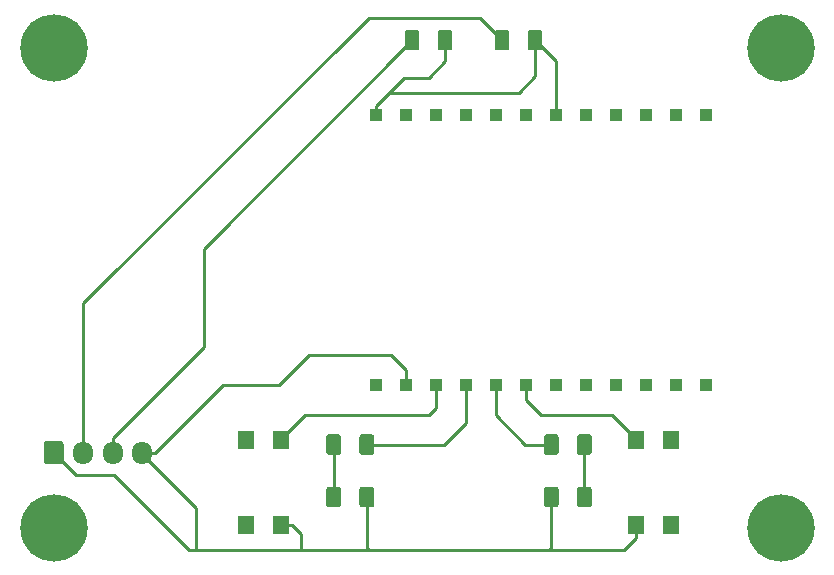
<source format=gbr>
G04 #@! TF.GenerationSoftware,KiCad,Pcbnew,5.0.2+dfsg1-1*
G04 #@! TF.CreationDate,2020-04-26T19:31:52+02:00*
G04 #@! TF.ProjectId,iClone,69436c6f-6e65-42e6-9b69-6361645f7063,rev?*
G04 #@! TF.SameCoordinates,Original*
G04 #@! TF.FileFunction,Copper,L1,Top*
G04 #@! TF.FilePolarity,Positive*
%FSLAX46Y46*%
G04 Gerber Fmt 4.6, Leading zero omitted, Abs format (unit mm)*
G04 Created by KiCad (PCBNEW 5.0.2+dfsg1-1) date dom 26 abr 2020 19:31:52 CEST*
%MOMM*%
%LPD*%
G01*
G04 APERTURE LIST*
G04 #@! TA.AperFunction,ComponentPad*
%ADD10C,5.700000*%
G04 #@! TD*
G04 #@! TA.AperFunction,Conductor*
%ADD11C,0.100000*%
G04 #@! TD*
G04 #@! TA.AperFunction,SMDPad,CuDef*
%ADD12C,1.250000*%
G04 #@! TD*
G04 #@! TA.AperFunction,ComponentPad*
%ADD13R,1.108000X1.108000*%
G04 #@! TD*
G04 #@! TA.AperFunction,SMDPad,CuDef*
%ADD14R,1.400000X1.600000*%
G04 #@! TD*
G04 #@! TA.AperFunction,ComponentPad*
%ADD15O,1.700000X1.950000*%
G04 #@! TD*
G04 #@! TA.AperFunction,ComponentPad*
%ADD16C,1.700000*%
G04 #@! TD*
G04 #@! TA.AperFunction,Conductor*
%ADD17C,0.250000*%
G04 #@! TD*
G04 APERTURE END LIST*
D10*
G04 #@! TO.P,,4*
G04 #@! TO.N,N/C*
X172085000Y-111760000D03*
G04 #@! TD*
G04 #@! TO.P,,3*
G04 #@! TO.N,N/C*
X110490000Y-111760000D03*
G04 #@! TD*
G04 #@! TO.P,,1*
G04 #@! TO.N,N/C*
X110490000Y-71120000D03*
G04 #@! TD*
D11*
G04 #@! TO.N,N/C*
G04 #@! TO.C,R4*
G36*
X148859504Y-69611204D02*
X148883773Y-69614804D01*
X148907571Y-69620765D01*
X148930671Y-69629030D01*
X148952849Y-69639520D01*
X148973893Y-69652133D01*
X148993598Y-69666747D01*
X149011777Y-69683223D01*
X149028253Y-69701402D01*
X149042867Y-69721107D01*
X149055480Y-69742151D01*
X149065970Y-69764329D01*
X149074235Y-69787429D01*
X149080196Y-69811227D01*
X149083796Y-69835496D01*
X149085000Y-69860000D01*
X149085000Y-71110000D01*
X149083796Y-71134504D01*
X149080196Y-71158773D01*
X149074235Y-71182571D01*
X149065970Y-71205671D01*
X149055480Y-71227849D01*
X149042867Y-71248893D01*
X149028253Y-71268598D01*
X149011777Y-71286777D01*
X148993598Y-71303253D01*
X148973893Y-71317867D01*
X148952849Y-71330480D01*
X148930671Y-71340970D01*
X148907571Y-71349235D01*
X148883773Y-71355196D01*
X148859504Y-71358796D01*
X148835000Y-71360000D01*
X148085000Y-71360000D01*
X148060496Y-71358796D01*
X148036227Y-71355196D01*
X148012429Y-71349235D01*
X147989329Y-71340970D01*
X147967151Y-71330480D01*
X147946107Y-71317867D01*
X147926402Y-71303253D01*
X147908223Y-71286777D01*
X147891747Y-71268598D01*
X147877133Y-71248893D01*
X147864520Y-71227849D01*
X147854030Y-71205671D01*
X147845765Y-71182571D01*
X147839804Y-71158773D01*
X147836204Y-71134504D01*
X147835000Y-71110000D01*
X147835000Y-69860000D01*
X147836204Y-69835496D01*
X147839804Y-69811227D01*
X147845765Y-69787429D01*
X147854030Y-69764329D01*
X147864520Y-69742151D01*
X147877133Y-69721107D01*
X147891747Y-69701402D01*
X147908223Y-69683223D01*
X147926402Y-69666747D01*
X147946107Y-69652133D01*
X147967151Y-69639520D01*
X147989329Y-69629030D01*
X148012429Y-69620765D01*
X148036227Y-69614804D01*
X148060496Y-69611204D01*
X148085000Y-69610000D01*
X148835000Y-69610000D01*
X148859504Y-69611204D01*
X148859504Y-69611204D01*
G37*
D12*
G04 #@! TD*
G04 #@! TO.P,R4,1*
G04 #@! TO.N,N/C*
X148460000Y-70485000D03*
D11*
G04 #@! TO.N,N/C*
G04 #@! TO.C,R4*
G36*
X151659504Y-69611204D02*
X151683773Y-69614804D01*
X151707571Y-69620765D01*
X151730671Y-69629030D01*
X151752849Y-69639520D01*
X151773893Y-69652133D01*
X151793598Y-69666747D01*
X151811777Y-69683223D01*
X151828253Y-69701402D01*
X151842867Y-69721107D01*
X151855480Y-69742151D01*
X151865970Y-69764329D01*
X151874235Y-69787429D01*
X151880196Y-69811227D01*
X151883796Y-69835496D01*
X151885000Y-69860000D01*
X151885000Y-71110000D01*
X151883796Y-71134504D01*
X151880196Y-71158773D01*
X151874235Y-71182571D01*
X151865970Y-71205671D01*
X151855480Y-71227849D01*
X151842867Y-71248893D01*
X151828253Y-71268598D01*
X151811777Y-71286777D01*
X151793598Y-71303253D01*
X151773893Y-71317867D01*
X151752849Y-71330480D01*
X151730671Y-71340970D01*
X151707571Y-71349235D01*
X151683773Y-71355196D01*
X151659504Y-71358796D01*
X151635000Y-71360000D01*
X150885000Y-71360000D01*
X150860496Y-71358796D01*
X150836227Y-71355196D01*
X150812429Y-71349235D01*
X150789329Y-71340970D01*
X150767151Y-71330480D01*
X150746107Y-71317867D01*
X150726402Y-71303253D01*
X150708223Y-71286777D01*
X150691747Y-71268598D01*
X150677133Y-71248893D01*
X150664520Y-71227849D01*
X150654030Y-71205671D01*
X150645765Y-71182571D01*
X150639804Y-71158773D01*
X150636204Y-71134504D01*
X150635000Y-71110000D01*
X150635000Y-69860000D01*
X150636204Y-69835496D01*
X150639804Y-69811227D01*
X150645765Y-69787429D01*
X150654030Y-69764329D01*
X150664520Y-69742151D01*
X150677133Y-69721107D01*
X150691747Y-69701402D01*
X150708223Y-69683223D01*
X150726402Y-69666747D01*
X150746107Y-69652133D01*
X150767151Y-69639520D01*
X150789329Y-69629030D01*
X150812429Y-69620765D01*
X150836227Y-69614804D01*
X150860496Y-69611204D01*
X150885000Y-69610000D01*
X151635000Y-69610000D01*
X151659504Y-69611204D01*
X151659504Y-69611204D01*
G37*
D12*
G04 #@! TD*
G04 #@! TO.P,R4,2*
G04 #@! TO.N,N/C*
X151260000Y-70485000D03*
D11*
G04 #@! TO.N,N/C*
G04 #@! TO.C,R1*
G36*
X144039504Y-69611204D02*
X144063773Y-69614804D01*
X144087571Y-69620765D01*
X144110671Y-69629030D01*
X144132849Y-69639520D01*
X144153893Y-69652133D01*
X144173598Y-69666747D01*
X144191777Y-69683223D01*
X144208253Y-69701402D01*
X144222867Y-69721107D01*
X144235480Y-69742151D01*
X144245970Y-69764329D01*
X144254235Y-69787429D01*
X144260196Y-69811227D01*
X144263796Y-69835496D01*
X144265000Y-69860000D01*
X144265000Y-71110000D01*
X144263796Y-71134504D01*
X144260196Y-71158773D01*
X144254235Y-71182571D01*
X144245970Y-71205671D01*
X144235480Y-71227849D01*
X144222867Y-71248893D01*
X144208253Y-71268598D01*
X144191777Y-71286777D01*
X144173598Y-71303253D01*
X144153893Y-71317867D01*
X144132849Y-71330480D01*
X144110671Y-71340970D01*
X144087571Y-71349235D01*
X144063773Y-71355196D01*
X144039504Y-71358796D01*
X144015000Y-71360000D01*
X143265000Y-71360000D01*
X143240496Y-71358796D01*
X143216227Y-71355196D01*
X143192429Y-71349235D01*
X143169329Y-71340970D01*
X143147151Y-71330480D01*
X143126107Y-71317867D01*
X143106402Y-71303253D01*
X143088223Y-71286777D01*
X143071747Y-71268598D01*
X143057133Y-71248893D01*
X143044520Y-71227849D01*
X143034030Y-71205671D01*
X143025765Y-71182571D01*
X143019804Y-71158773D01*
X143016204Y-71134504D01*
X143015000Y-71110000D01*
X143015000Y-69860000D01*
X143016204Y-69835496D01*
X143019804Y-69811227D01*
X143025765Y-69787429D01*
X143034030Y-69764329D01*
X143044520Y-69742151D01*
X143057133Y-69721107D01*
X143071747Y-69701402D01*
X143088223Y-69683223D01*
X143106402Y-69666747D01*
X143126107Y-69652133D01*
X143147151Y-69639520D01*
X143169329Y-69629030D01*
X143192429Y-69620765D01*
X143216227Y-69614804D01*
X143240496Y-69611204D01*
X143265000Y-69610000D01*
X144015000Y-69610000D01*
X144039504Y-69611204D01*
X144039504Y-69611204D01*
G37*
D12*
G04 #@! TD*
G04 #@! TO.P,R1,2*
G04 #@! TO.N,N/C*
X143640000Y-70485000D03*
D11*
G04 #@! TO.N,N/C*
G04 #@! TO.C,R1*
G36*
X141239504Y-69611204D02*
X141263773Y-69614804D01*
X141287571Y-69620765D01*
X141310671Y-69629030D01*
X141332849Y-69639520D01*
X141353893Y-69652133D01*
X141373598Y-69666747D01*
X141391777Y-69683223D01*
X141408253Y-69701402D01*
X141422867Y-69721107D01*
X141435480Y-69742151D01*
X141445970Y-69764329D01*
X141454235Y-69787429D01*
X141460196Y-69811227D01*
X141463796Y-69835496D01*
X141465000Y-69860000D01*
X141465000Y-71110000D01*
X141463796Y-71134504D01*
X141460196Y-71158773D01*
X141454235Y-71182571D01*
X141445970Y-71205671D01*
X141435480Y-71227849D01*
X141422867Y-71248893D01*
X141408253Y-71268598D01*
X141391777Y-71286777D01*
X141373598Y-71303253D01*
X141353893Y-71317867D01*
X141332849Y-71330480D01*
X141310671Y-71340970D01*
X141287571Y-71349235D01*
X141263773Y-71355196D01*
X141239504Y-71358796D01*
X141215000Y-71360000D01*
X140465000Y-71360000D01*
X140440496Y-71358796D01*
X140416227Y-71355196D01*
X140392429Y-71349235D01*
X140369329Y-71340970D01*
X140347151Y-71330480D01*
X140326107Y-71317867D01*
X140306402Y-71303253D01*
X140288223Y-71286777D01*
X140271747Y-71268598D01*
X140257133Y-71248893D01*
X140244520Y-71227849D01*
X140234030Y-71205671D01*
X140225765Y-71182571D01*
X140219804Y-71158773D01*
X140216204Y-71134504D01*
X140215000Y-71110000D01*
X140215000Y-69860000D01*
X140216204Y-69835496D01*
X140219804Y-69811227D01*
X140225765Y-69787429D01*
X140234030Y-69764329D01*
X140244520Y-69742151D01*
X140257133Y-69721107D01*
X140271747Y-69701402D01*
X140288223Y-69683223D01*
X140306402Y-69666747D01*
X140326107Y-69652133D01*
X140347151Y-69639520D01*
X140369329Y-69629030D01*
X140392429Y-69620765D01*
X140416227Y-69614804D01*
X140440496Y-69611204D01*
X140465000Y-69610000D01*
X141215000Y-69610000D01*
X141239504Y-69611204D01*
X141239504Y-69611204D01*
G37*
D12*
G04 #@! TD*
G04 #@! TO.P,R1,1*
G04 #@! TO.N,N/C*
X140840000Y-70485000D03*
D13*
G04 #@! TO.P,TTGO T-Display,P$24*
G04 #@! TO.N,N/C*
X165735000Y-99695000D03*
G04 #@! TO.P,TTGO T-Display,P$23*
X163195000Y-99695000D03*
G04 #@! TO.P,TTGO T-Display,P$22*
X160655000Y-99695000D03*
G04 #@! TO.P,TTGO T-Display,P$21*
X158115000Y-99695000D03*
G04 #@! TO.P,TTGO T-Display,P$20*
X155575000Y-99695000D03*
G04 #@! TO.P,TTGO T-Display,P$19*
X153035000Y-99695000D03*
G04 #@! TO.P,TTGO T-Display,P$18*
X150495000Y-99695000D03*
G04 #@! TO.P,TTGO T-Display,P$17*
X147955000Y-99695000D03*
G04 #@! TO.P,TTGO T-Display,P$16*
X145415000Y-99695000D03*
G04 #@! TO.P,TTGO T-Display,P$15*
X142875000Y-99695000D03*
G04 #@! TO.P,TTGO T-Display,P$14*
X140335000Y-99695000D03*
G04 #@! TO.P,TTGO T-Display,P$13*
X137795000Y-99695000D03*
G04 #@! TO.P,TTGO T-Display,P$12*
X137795000Y-76835000D03*
G04 #@! TO.P,TTGO T-Display,P$11*
X140335000Y-76835000D03*
G04 #@! TO.P,TTGO T-Display,P$10*
X142875000Y-76835000D03*
G04 #@! TO.P,TTGO T-Display,P$9*
X145415000Y-76835000D03*
G04 #@! TO.P,TTGO T-Display,P$8*
X147955000Y-76835000D03*
G04 #@! TO.P,TTGO T-Display,P$7*
X150495000Y-76835000D03*
G04 #@! TO.P,TTGO T-Display,P$6*
X153035000Y-76835000D03*
G04 #@! TO.P,TTGO T-Display,P$5*
X155575000Y-76835000D03*
G04 #@! TO.P,TTGO T-Display,P$4*
X158115000Y-76835000D03*
G04 #@! TO.P,TTGO T-Display,P$3*
X160655000Y-76835000D03*
G04 #@! TO.P,TTGO T-Display,P$2*
X163195000Y-76835000D03*
G04 #@! TO.P,TTGO T-Display,P$1*
X165735000Y-76835000D03*
G04 #@! TD*
D11*
G04 #@! TO.N,N/C*
G04 #@! TO.C,L2*
G36*
X153026253Y-108296112D02*
X153050522Y-108299712D01*
X153074320Y-108305673D01*
X153097420Y-108313938D01*
X153119598Y-108324428D01*
X153140642Y-108337041D01*
X153160347Y-108351655D01*
X153178526Y-108368131D01*
X153195002Y-108386310D01*
X153209616Y-108406015D01*
X153222229Y-108427059D01*
X153232719Y-108449237D01*
X153240984Y-108472337D01*
X153246945Y-108496135D01*
X153250545Y-108520404D01*
X153251749Y-108544908D01*
X153251749Y-109794908D01*
X153250545Y-109819412D01*
X153246945Y-109843681D01*
X153240984Y-109867479D01*
X153232719Y-109890579D01*
X153222229Y-109912757D01*
X153209616Y-109933801D01*
X153195002Y-109953506D01*
X153178526Y-109971685D01*
X153160347Y-109988161D01*
X153140642Y-110002775D01*
X153119598Y-110015388D01*
X153097420Y-110025878D01*
X153074320Y-110034143D01*
X153050522Y-110040104D01*
X153026253Y-110043704D01*
X153001749Y-110044908D01*
X152251749Y-110044908D01*
X152227245Y-110043704D01*
X152202976Y-110040104D01*
X152179178Y-110034143D01*
X152156078Y-110025878D01*
X152133900Y-110015388D01*
X152112856Y-110002775D01*
X152093151Y-109988161D01*
X152074972Y-109971685D01*
X152058496Y-109953506D01*
X152043882Y-109933801D01*
X152031269Y-109912757D01*
X152020779Y-109890579D01*
X152012514Y-109867479D01*
X152006553Y-109843681D01*
X152002953Y-109819412D01*
X152001749Y-109794908D01*
X152001749Y-108544908D01*
X152002953Y-108520404D01*
X152006553Y-108496135D01*
X152012514Y-108472337D01*
X152020779Y-108449237D01*
X152031269Y-108427059D01*
X152043882Y-108406015D01*
X152058496Y-108386310D01*
X152074972Y-108368131D01*
X152093151Y-108351655D01*
X152112856Y-108337041D01*
X152133900Y-108324428D01*
X152156078Y-108313938D01*
X152179178Y-108305673D01*
X152202976Y-108299712D01*
X152227245Y-108296112D01*
X152251749Y-108294908D01*
X153001749Y-108294908D01*
X153026253Y-108296112D01*
X153026253Y-108296112D01*
G37*
D12*
G04 #@! TD*
G04 #@! TO.P,L2,1*
G04 #@! TO.N,N/C*
X152626749Y-109169908D03*
D11*
G04 #@! TO.N,N/C*
G04 #@! TO.C,L2*
G36*
X155826253Y-108296112D02*
X155850522Y-108299712D01*
X155874320Y-108305673D01*
X155897420Y-108313938D01*
X155919598Y-108324428D01*
X155940642Y-108337041D01*
X155960347Y-108351655D01*
X155978526Y-108368131D01*
X155995002Y-108386310D01*
X156009616Y-108406015D01*
X156022229Y-108427059D01*
X156032719Y-108449237D01*
X156040984Y-108472337D01*
X156046945Y-108496135D01*
X156050545Y-108520404D01*
X156051749Y-108544908D01*
X156051749Y-109794908D01*
X156050545Y-109819412D01*
X156046945Y-109843681D01*
X156040984Y-109867479D01*
X156032719Y-109890579D01*
X156022229Y-109912757D01*
X156009616Y-109933801D01*
X155995002Y-109953506D01*
X155978526Y-109971685D01*
X155960347Y-109988161D01*
X155940642Y-110002775D01*
X155919598Y-110015388D01*
X155897420Y-110025878D01*
X155874320Y-110034143D01*
X155850522Y-110040104D01*
X155826253Y-110043704D01*
X155801749Y-110044908D01*
X155051749Y-110044908D01*
X155027245Y-110043704D01*
X155002976Y-110040104D01*
X154979178Y-110034143D01*
X154956078Y-110025878D01*
X154933900Y-110015388D01*
X154912856Y-110002775D01*
X154893151Y-109988161D01*
X154874972Y-109971685D01*
X154858496Y-109953506D01*
X154843882Y-109933801D01*
X154831269Y-109912757D01*
X154820779Y-109890579D01*
X154812514Y-109867479D01*
X154806553Y-109843681D01*
X154802953Y-109819412D01*
X154801749Y-109794908D01*
X154801749Y-108544908D01*
X154802953Y-108520404D01*
X154806553Y-108496135D01*
X154812514Y-108472337D01*
X154820779Y-108449237D01*
X154831269Y-108427059D01*
X154843882Y-108406015D01*
X154858496Y-108386310D01*
X154874972Y-108368131D01*
X154893151Y-108351655D01*
X154912856Y-108337041D01*
X154933900Y-108324428D01*
X154956078Y-108313938D01*
X154979178Y-108305673D01*
X155002976Y-108299712D01*
X155027245Y-108296112D01*
X155051749Y-108294908D01*
X155801749Y-108294908D01*
X155826253Y-108296112D01*
X155826253Y-108296112D01*
G37*
D12*
G04 #@! TD*
G04 #@! TO.P,L2,2*
G04 #@! TO.N,N/C*
X155426749Y-109169908D03*
D11*
G04 #@! TO.N,N/C*
G04 #@! TO.C,R2*
G36*
X153026253Y-103851112D02*
X153050522Y-103854712D01*
X153074320Y-103860673D01*
X153097420Y-103868938D01*
X153119598Y-103879428D01*
X153140642Y-103892041D01*
X153160347Y-103906655D01*
X153178526Y-103923131D01*
X153195002Y-103941310D01*
X153209616Y-103961015D01*
X153222229Y-103982059D01*
X153232719Y-104004237D01*
X153240984Y-104027337D01*
X153246945Y-104051135D01*
X153250545Y-104075404D01*
X153251749Y-104099908D01*
X153251749Y-105349908D01*
X153250545Y-105374412D01*
X153246945Y-105398681D01*
X153240984Y-105422479D01*
X153232719Y-105445579D01*
X153222229Y-105467757D01*
X153209616Y-105488801D01*
X153195002Y-105508506D01*
X153178526Y-105526685D01*
X153160347Y-105543161D01*
X153140642Y-105557775D01*
X153119598Y-105570388D01*
X153097420Y-105580878D01*
X153074320Y-105589143D01*
X153050522Y-105595104D01*
X153026253Y-105598704D01*
X153001749Y-105599908D01*
X152251749Y-105599908D01*
X152227245Y-105598704D01*
X152202976Y-105595104D01*
X152179178Y-105589143D01*
X152156078Y-105580878D01*
X152133900Y-105570388D01*
X152112856Y-105557775D01*
X152093151Y-105543161D01*
X152074972Y-105526685D01*
X152058496Y-105508506D01*
X152043882Y-105488801D01*
X152031269Y-105467757D01*
X152020779Y-105445579D01*
X152012514Y-105422479D01*
X152006553Y-105398681D01*
X152002953Y-105374412D01*
X152001749Y-105349908D01*
X152001749Y-104099908D01*
X152002953Y-104075404D01*
X152006553Y-104051135D01*
X152012514Y-104027337D01*
X152020779Y-104004237D01*
X152031269Y-103982059D01*
X152043882Y-103961015D01*
X152058496Y-103941310D01*
X152074972Y-103923131D01*
X152093151Y-103906655D01*
X152112856Y-103892041D01*
X152133900Y-103879428D01*
X152156078Y-103868938D01*
X152179178Y-103860673D01*
X152202976Y-103854712D01*
X152227245Y-103851112D01*
X152251749Y-103849908D01*
X153001749Y-103849908D01*
X153026253Y-103851112D01*
X153026253Y-103851112D01*
G37*
D12*
G04 #@! TD*
G04 #@! TO.P,R2,1*
G04 #@! TO.N,N/C*
X152626749Y-104724908D03*
D11*
G04 #@! TO.N,N/C*
G04 #@! TO.C,R2*
G36*
X155826253Y-103851112D02*
X155850522Y-103854712D01*
X155874320Y-103860673D01*
X155897420Y-103868938D01*
X155919598Y-103879428D01*
X155940642Y-103892041D01*
X155960347Y-103906655D01*
X155978526Y-103923131D01*
X155995002Y-103941310D01*
X156009616Y-103961015D01*
X156022229Y-103982059D01*
X156032719Y-104004237D01*
X156040984Y-104027337D01*
X156046945Y-104051135D01*
X156050545Y-104075404D01*
X156051749Y-104099908D01*
X156051749Y-105349908D01*
X156050545Y-105374412D01*
X156046945Y-105398681D01*
X156040984Y-105422479D01*
X156032719Y-105445579D01*
X156022229Y-105467757D01*
X156009616Y-105488801D01*
X155995002Y-105508506D01*
X155978526Y-105526685D01*
X155960347Y-105543161D01*
X155940642Y-105557775D01*
X155919598Y-105570388D01*
X155897420Y-105580878D01*
X155874320Y-105589143D01*
X155850522Y-105595104D01*
X155826253Y-105598704D01*
X155801749Y-105599908D01*
X155051749Y-105599908D01*
X155027245Y-105598704D01*
X155002976Y-105595104D01*
X154979178Y-105589143D01*
X154956078Y-105580878D01*
X154933900Y-105570388D01*
X154912856Y-105557775D01*
X154893151Y-105543161D01*
X154874972Y-105526685D01*
X154858496Y-105508506D01*
X154843882Y-105488801D01*
X154831269Y-105467757D01*
X154820779Y-105445579D01*
X154812514Y-105422479D01*
X154806553Y-105398681D01*
X154802953Y-105374412D01*
X154801749Y-105349908D01*
X154801749Y-104099908D01*
X154802953Y-104075404D01*
X154806553Y-104051135D01*
X154812514Y-104027337D01*
X154820779Y-104004237D01*
X154831269Y-103982059D01*
X154843882Y-103961015D01*
X154858496Y-103941310D01*
X154874972Y-103923131D01*
X154893151Y-103906655D01*
X154912856Y-103892041D01*
X154933900Y-103879428D01*
X154956078Y-103868938D01*
X154979178Y-103860673D01*
X155002976Y-103854712D01*
X155027245Y-103851112D01*
X155051749Y-103849908D01*
X155801749Y-103849908D01*
X155826253Y-103851112D01*
X155826253Y-103851112D01*
G37*
D12*
G04 #@! TD*
G04 #@! TO.P,R2,2*
G04 #@! TO.N,N/C*
X155426749Y-104724908D03*
D14*
G04 #@! TO.P,READ,1*
G04 #@! TO.N,N/C*
X159790000Y-104350000D03*
X159790000Y-111550000D03*
G04 #@! TO.P,READ,2*
X162790000Y-104350000D03*
X162790000Y-111550000D03*
G04 #@! TD*
G04 #@! TO.P,WRITE,1*
G04 #@! TO.N,N/C*
X126770000Y-104350000D03*
X126770000Y-111550000D03*
G04 #@! TO.P,WRITE,2*
X129770000Y-104350000D03*
X129770000Y-111550000D03*
G04 #@! TD*
D11*
G04 #@! TO.N,N/C*
G04 #@! TO.C,R2*
G36*
X137411253Y-103851112D02*
X137435522Y-103854712D01*
X137459320Y-103860673D01*
X137482420Y-103868938D01*
X137504598Y-103879428D01*
X137525642Y-103892041D01*
X137545347Y-103906655D01*
X137563526Y-103923131D01*
X137580002Y-103941310D01*
X137594616Y-103961015D01*
X137607229Y-103982059D01*
X137617719Y-104004237D01*
X137625984Y-104027337D01*
X137631945Y-104051135D01*
X137635545Y-104075404D01*
X137636749Y-104099908D01*
X137636749Y-105349908D01*
X137635545Y-105374412D01*
X137631945Y-105398681D01*
X137625984Y-105422479D01*
X137617719Y-105445579D01*
X137607229Y-105467757D01*
X137594616Y-105488801D01*
X137580002Y-105508506D01*
X137563526Y-105526685D01*
X137545347Y-105543161D01*
X137525642Y-105557775D01*
X137504598Y-105570388D01*
X137482420Y-105580878D01*
X137459320Y-105589143D01*
X137435522Y-105595104D01*
X137411253Y-105598704D01*
X137386749Y-105599908D01*
X136636749Y-105599908D01*
X136612245Y-105598704D01*
X136587976Y-105595104D01*
X136564178Y-105589143D01*
X136541078Y-105580878D01*
X136518900Y-105570388D01*
X136497856Y-105557775D01*
X136478151Y-105543161D01*
X136459972Y-105526685D01*
X136443496Y-105508506D01*
X136428882Y-105488801D01*
X136416269Y-105467757D01*
X136405779Y-105445579D01*
X136397514Y-105422479D01*
X136391553Y-105398681D01*
X136387953Y-105374412D01*
X136386749Y-105349908D01*
X136386749Y-104099908D01*
X136387953Y-104075404D01*
X136391553Y-104051135D01*
X136397514Y-104027337D01*
X136405779Y-104004237D01*
X136416269Y-103982059D01*
X136428882Y-103961015D01*
X136443496Y-103941310D01*
X136459972Y-103923131D01*
X136478151Y-103906655D01*
X136497856Y-103892041D01*
X136518900Y-103879428D01*
X136541078Y-103868938D01*
X136564178Y-103860673D01*
X136587976Y-103854712D01*
X136612245Y-103851112D01*
X136636749Y-103849908D01*
X137386749Y-103849908D01*
X137411253Y-103851112D01*
X137411253Y-103851112D01*
G37*
D12*
G04 #@! TD*
G04 #@! TO.P,R2,2*
G04 #@! TO.N,N/C*
X137011749Y-104724908D03*
D11*
G04 #@! TO.N,N/C*
G04 #@! TO.C,R2*
G36*
X134611253Y-103851112D02*
X134635522Y-103854712D01*
X134659320Y-103860673D01*
X134682420Y-103868938D01*
X134704598Y-103879428D01*
X134725642Y-103892041D01*
X134745347Y-103906655D01*
X134763526Y-103923131D01*
X134780002Y-103941310D01*
X134794616Y-103961015D01*
X134807229Y-103982059D01*
X134817719Y-104004237D01*
X134825984Y-104027337D01*
X134831945Y-104051135D01*
X134835545Y-104075404D01*
X134836749Y-104099908D01*
X134836749Y-105349908D01*
X134835545Y-105374412D01*
X134831945Y-105398681D01*
X134825984Y-105422479D01*
X134817719Y-105445579D01*
X134807229Y-105467757D01*
X134794616Y-105488801D01*
X134780002Y-105508506D01*
X134763526Y-105526685D01*
X134745347Y-105543161D01*
X134725642Y-105557775D01*
X134704598Y-105570388D01*
X134682420Y-105580878D01*
X134659320Y-105589143D01*
X134635522Y-105595104D01*
X134611253Y-105598704D01*
X134586749Y-105599908D01*
X133836749Y-105599908D01*
X133812245Y-105598704D01*
X133787976Y-105595104D01*
X133764178Y-105589143D01*
X133741078Y-105580878D01*
X133718900Y-105570388D01*
X133697856Y-105557775D01*
X133678151Y-105543161D01*
X133659972Y-105526685D01*
X133643496Y-105508506D01*
X133628882Y-105488801D01*
X133616269Y-105467757D01*
X133605779Y-105445579D01*
X133597514Y-105422479D01*
X133591553Y-105398681D01*
X133587953Y-105374412D01*
X133586749Y-105349908D01*
X133586749Y-104099908D01*
X133587953Y-104075404D01*
X133591553Y-104051135D01*
X133597514Y-104027337D01*
X133605779Y-104004237D01*
X133616269Y-103982059D01*
X133628882Y-103961015D01*
X133643496Y-103941310D01*
X133659972Y-103923131D01*
X133678151Y-103906655D01*
X133697856Y-103892041D01*
X133718900Y-103879428D01*
X133741078Y-103868938D01*
X133764178Y-103860673D01*
X133787976Y-103854712D01*
X133812245Y-103851112D01*
X133836749Y-103849908D01*
X134586749Y-103849908D01*
X134611253Y-103851112D01*
X134611253Y-103851112D01*
G37*
D12*
G04 #@! TD*
G04 #@! TO.P,R2,1*
G04 #@! TO.N,N/C*
X134211749Y-104724908D03*
D11*
G04 #@! TO.N,N/C*
G04 #@! TO.C,L2*
G36*
X137411253Y-108296112D02*
X137435522Y-108299712D01*
X137459320Y-108305673D01*
X137482420Y-108313938D01*
X137504598Y-108324428D01*
X137525642Y-108337041D01*
X137545347Y-108351655D01*
X137563526Y-108368131D01*
X137580002Y-108386310D01*
X137594616Y-108406015D01*
X137607229Y-108427059D01*
X137617719Y-108449237D01*
X137625984Y-108472337D01*
X137631945Y-108496135D01*
X137635545Y-108520404D01*
X137636749Y-108544908D01*
X137636749Y-109794908D01*
X137635545Y-109819412D01*
X137631945Y-109843681D01*
X137625984Y-109867479D01*
X137617719Y-109890579D01*
X137607229Y-109912757D01*
X137594616Y-109933801D01*
X137580002Y-109953506D01*
X137563526Y-109971685D01*
X137545347Y-109988161D01*
X137525642Y-110002775D01*
X137504598Y-110015388D01*
X137482420Y-110025878D01*
X137459320Y-110034143D01*
X137435522Y-110040104D01*
X137411253Y-110043704D01*
X137386749Y-110044908D01*
X136636749Y-110044908D01*
X136612245Y-110043704D01*
X136587976Y-110040104D01*
X136564178Y-110034143D01*
X136541078Y-110025878D01*
X136518900Y-110015388D01*
X136497856Y-110002775D01*
X136478151Y-109988161D01*
X136459972Y-109971685D01*
X136443496Y-109953506D01*
X136428882Y-109933801D01*
X136416269Y-109912757D01*
X136405779Y-109890579D01*
X136397514Y-109867479D01*
X136391553Y-109843681D01*
X136387953Y-109819412D01*
X136386749Y-109794908D01*
X136386749Y-108544908D01*
X136387953Y-108520404D01*
X136391553Y-108496135D01*
X136397514Y-108472337D01*
X136405779Y-108449237D01*
X136416269Y-108427059D01*
X136428882Y-108406015D01*
X136443496Y-108386310D01*
X136459972Y-108368131D01*
X136478151Y-108351655D01*
X136497856Y-108337041D01*
X136518900Y-108324428D01*
X136541078Y-108313938D01*
X136564178Y-108305673D01*
X136587976Y-108299712D01*
X136612245Y-108296112D01*
X136636749Y-108294908D01*
X137386749Y-108294908D01*
X137411253Y-108296112D01*
X137411253Y-108296112D01*
G37*
D12*
G04 #@! TD*
G04 #@! TO.P,L2,2*
G04 #@! TO.N,N/C*
X137011749Y-109169908D03*
D11*
G04 #@! TO.N,N/C*
G04 #@! TO.C,L2*
G36*
X134611253Y-108296112D02*
X134635522Y-108299712D01*
X134659320Y-108305673D01*
X134682420Y-108313938D01*
X134704598Y-108324428D01*
X134725642Y-108337041D01*
X134745347Y-108351655D01*
X134763526Y-108368131D01*
X134780002Y-108386310D01*
X134794616Y-108406015D01*
X134807229Y-108427059D01*
X134817719Y-108449237D01*
X134825984Y-108472337D01*
X134831945Y-108496135D01*
X134835545Y-108520404D01*
X134836749Y-108544908D01*
X134836749Y-109794908D01*
X134835545Y-109819412D01*
X134831945Y-109843681D01*
X134825984Y-109867479D01*
X134817719Y-109890579D01*
X134807229Y-109912757D01*
X134794616Y-109933801D01*
X134780002Y-109953506D01*
X134763526Y-109971685D01*
X134745347Y-109988161D01*
X134725642Y-110002775D01*
X134704598Y-110015388D01*
X134682420Y-110025878D01*
X134659320Y-110034143D01*
X134635522Y-110040104D01*
X134611253Y-110043704D01*
X134586749Y-110044908D01*
X133836749Y-110044908D01*
X133812245Y-110043704D01*
X133787976Y-110040104D01*
X133764178Y-110034143D01*
X133741078Y-110025878D01*
X133718900Y-110015388D01*
X133697856Y-110002775D01*
X133678151Y-109988161D01*
X133659972Y-109971685D01*
X133643496Y-109953506D01*
X133628882Y-109933801D01*
X133616269Y-109912757D01*
X133605779Y-109890579D01*
X133597514Y-109867479D01*
X133591553Y-109843681D01*
X133587953Y-109819412D01*
X133586749Y-109794908D01*
X133586749Y-108544908D01*
X133587953Y-108520404D01*
X133591553Y-108496135D01*
X133597514Y-108472337D01*
X133605779Y-108449237D01*
X133616269Y-108427059D01*
X133628882Y-108406015D01*
X133643496Y-108386310D01*
X133659972Y-108368131D01*
X133678151Y-108351655D01*
X133697856Y-108337041D01*
X133718900Y-108324428D01*
X133741078Y-108313938D01*
X133764178Y-108305673D01*
X133787976Y-108299712D01*
X133812245Y-108296112D01*
X133836749Y-108294908D01*
X134586749Y-108294908D01*
X134611253Y-108296112D01*
X134611253Y-108296112D01*
G37*
D12*
G04 #@! TD*
G04 #@! TO.P,L2,1*
G04 #@! TO.N,N/C*
X134211749Y-109169908D03*
D15*
G04 #@! TO.P,iButton,4*
G04 #@! TO.N,N/C*
X117990000Y-105410000D03*
G04 #@! TO.P,iButton,3*
X115490000Y-105410000D03*
G04 #@! TO.P,iButton,2*
X112990000Y-105410000D03*
D11*
G04 #@! TD*
G04 #@! TO.N,N/C*
G04 #@! TO.C,iButton*
G36*
X111114504Y-104436204D02*
X111138773Y-104439804D01*
X111162571Y-104445765D01*
X111185671Y-104454030D01*
X111207849Y-104464520D01*
X111228893Y-104477133D01*
X111248598Y-104491747D01*
X111266777Y-104508223D01*
X111283253Y-104526402D01*
X111297867Y-104546107D01*
X111310480Y-104567151D01*
X111320970Y-104589329D01*
X111329235Y-104612429D01*
X111335196Y-104636227D01*
X111338796Y-104660496D01*
X111340000Y-104685000D01*
X111340000Y-106135000D01*
X111338796Y-106159504D01*
X111335196Y-106183773D01*
X111329235Y-106207571D01*
X111320970Y-106230671D01*
X111310480Y-106252849D01*
X111297867Y-106273893D01*
X111283253Y-106293598D01*
X111266777Y-106311777D01*
X111248598Y-106328253D01*
X111228893Y-106342867D01*
X111207849Y-106355480D01*
X111185671Y-106365970D01*
X111162571Y-106374235D01*
X111138773Y-106380196D01*
X111114504Y-106383796D01*
X111090000Y-106385000D01*
X109890000Y-106385000D01*
X109865496Y-106383796D01*
X109841227Y-106380196D01*
X109817429Y-106374235D01*
X109794329Y-106365970D01*
X109772151Y-106355480D01*
X109751107Y-106342867D01*
X109731402Y-106328253D01*
X109713223Y-106311777D01*
X109696747Y-106293598D01*
X109682133Y-106273893D01*
X109669520Y-106252849D01*
X109659030Y-106230671D01*
X109650765Y-106207571D01*
X109644804Y-106183773D01*
X109641204Y-106159504D01*
X109640000Y-106135000D01*
X109640000Y-104685000D01*
X109641204Y-104660496D01*
X109644804Y-104636227D01*
X109650765Y-104612429D01*
X109659030Y-104589329D01*
X109669520Y-104567151D01*
X109682133Y-104546107D01*
X109696747Y-104526402D01*
X109713223Y-104508223D01*
X109731402Y-104491747D01*
X109751107Y-104477133D01*
X109772151Y-104464520D01*
X109794329Y-104454030D01*
X109817429Y-104445765D01*
X109841227Y-104439804D01*
X109865496Y-104436204D01*
X109890000Y-104435000D01*
X111090000Y-104435000D01*
X111114504Y-104436204D01*
X111114504Y-104436204D01*
G37*
D16*
G04 #@! TO.P,iButton,1*
G04 #@! TO.N,N/C*
X110490000Y-105410000D03*
G04 #@! TD*
D10*
G04 #@! TO.P,,2*
G04 #@! TO.N,N/C*
X172085000Y-71120000D03*
G04 #@! TD*
D17*
G04 #@! TO.N,*
X134211749Y-104724908D02*
X134211749Y-105699908D01*
X137795000Y-76031000D02*
X138896000Y-74930000D01*
X138896000Y-74930000D02*
X149860000Y-74930000D01*
X151260000Y-73530000D02*
X151260000Y-70485000D01*
X149860000Y-74930000D02*
X151260000Y-73530000D01*
X137795000Y-76031000D02*
X137795000Y-76835000D01*
X151260000Y-70485000D02*
X153035000Y-72260000D01*
X153035000Y-72260000D02*
X153035000Y-76835000D01*
X143640000Y-70485000D02*
X143640000Y-72260000D01*
X143640000Y-72260000D02*
X142240000Y-73660000D01*
X140166000Y-73660000D02*
X138896000Y-74930000D01*
X142240000Y-73660000D02*
X140166000Y-73660000D01*
X137011749Y-104724908D02*
X143560092Y-104724908D01*
X145415000Y-102870000D02*
X145415000Y-99695000D01*
X143560092Y-104724908D02*
X145415000Y-102870000D01*
X129770000Y-104250000D02*
X131785000Y-102235000D01*
X129770000Y-104350000D02*
X129770000Y-104250000D01*
X131785000Y-102235000D02*
X142240000Y-102235000D01*
X142240000Y-102235000D02*
X142875000Y-101600000D01*
X142875000Y-101600000D02*
X142875000Y-99695000D01*
X152626749Y-104724908D02*
X150444908Y-104724908D01*
X147955000Y-102235000D02*
X147955000Y-99695000D01*
X150444908Y-104724908D02*
X147955000Y-102235000D01*
X159790000Y-104250000D02*
X157775000Y-102235000D01*
X159790000Y-104350000D02*
X159790000Y-104250000D01*
X157775000Y-102235000D02*
X151765000Y-102235000D01*
X150495000Y-100965000D02*
X150495000Y-99695000D01*
X151765000Y-102235000D02*
X150495000Y-100965000D01*
X134211749Y-104724908D02*
X134211749Y-109169908D01*
X155426749Y-104724908D02*
X155426749Y-109169908D01*
X158750000Y-113665000D02*
X159790000Y-112625000D01*
X159790000Y-112625000D02*
X159790000Y-111550000D01*
X137011749Y-109169908D02*
X137011749Y-113516749D01*
X137011749Y-113516749D02*
X137160000Y-113665000D01*
X152626749Y-109169908D02*
X152626749Y-113438251D01*
X152626749Y-113438251D02*
X152400000Y-113665000D01*
X137160000Y-113665000D02*
X152400000Y-113665000D01*
X152400000Y-113665000D02*
X158750000Y-113665000D01*
X130720000Y-111550000D02*
X131445000Y-112275000D01*
X129770000Y-111550000D02*
X130720000Y-111550000D01*
X131445000Y-112275000D02*
X131445000Y-113665000D01*
X131445000Y-113665000D02*
X137160000Y-113665000D01*
X121920000Y-113665000D02*
X115570000Y-107315000D01*
X112395000Y-107315000D02*
X110490000Y-105410000D01*
X115570000Y-107315000D02*
X112395000Y-107315000D01*
X117990000Y-105535000D02*
X122555000Y-110100000D01*
X117990000Y-105410000D02*
X117990000Y-105535000D01*
X122555000Y-110100000D02*
X122555000Y-113665000D01*
X131445000Y-113665000D02*
X122555000Y-113665000D01*
X122555000Y-113665000D02*
X121920000Y-113665000D01*
X140335000Y-98425000D02*
X140335000Y-99695000D01*
X139065000Y-97155000D02*
X140335000Y-98425000D01*
X132080000Y-97155000D02*
X139065000Y-97155000D01*
X137160000Y-68580000D02*
X146555000Y-68580000D01*
X112990000Y-105410000D02*
X112990000Y-92750000D01*
X146555000Y-68580000D02*
X148460000Y-70485000D01*
X112990000Y-92750000D02*
X137160000Y-68580000D01*
X119090000Y-105410000D02*
X124805000Y-99695000D01*
X117990000Y-105410000D02*
X119090000Y-105410000D01*
X129540000Y-99695000D02*
X132080000Y-97155000D01*
X124805000Y-99695000D02*
X129540000Y-99695000D01*
X115490000Y-104185000D02*
X123190000Y-96485000D01*
X115490000Y-105410000D02*
X115490000Y-104185000D01*
X123190000Y-88135000D02*
X140840000Y-70485000D01*
X123190000Y-96485000D02*
X123190000Y-88135000D01*
G04 #@! TD*
M02*

</source>
